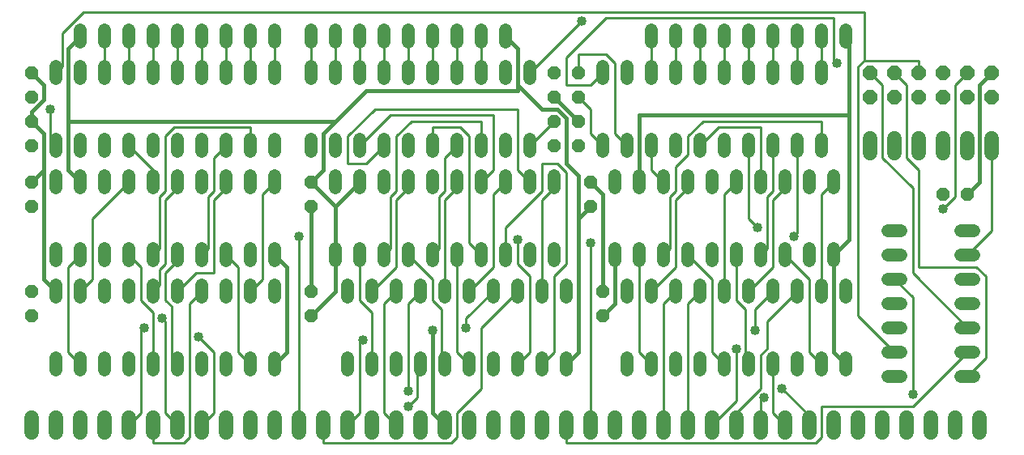
<source format=gbl>
G75*
%MOIN*%
%OFA0B0*%
%FSLAX24Y24*%
%IPPOS*%
%LPD*%
%AMOC8*
5,1,8,0,0,1.08239X$1,22.5*
%
%ADD10C,0.0520*%
%ADD11C,0.0600*%
%ADD12OC8,0.0600*%
%ADD13OC8,0.0520*%
%ADD14C,0.0160*%
%ADD15C,0.0100*%
%ADD16C,0.0400*%
D10*
X002367Y003340D02*
X002367Y003860D01*
X003367Y003860D02*
X003367Y003340D01*
X004367Y003340D02*
X004367Y003860D01*
X005367Y003860D02*
X005367Y003340D01*
X006367Y003340D02*
X006367Y003860D01*
X007367Y003860D02*
X007367Y003340D01*
X008367Y003340D02*
X008367Y003860D01*
X009367Y003860D02*
X009367Y003340D01*
X010367Y003340D02*
X010367Y003860D01*
X011367Y003860D02*
X011367Y003340D01*
X014367Y003340D02*
X014367Y003860D01*
X015367Y003860D02*
X015367Y003340D01*
X016367Y003340D02*
X016367Y003860D01*
X017367Y003860D02*
X017367Y003340D01*
X018367Y003340D02*
X018367Y003860D01*
X019367Y003860D02*
X019367Y003340D01*
X020367Y003340D02*
X020367Y003860D01*
X021367Y003860D02*
X021367Y003340D01*
X022367Y003340D02*
X022367Y003860D01*
X023367Y003860D02*
X023367Y003340D01*
X025867Y003340D02*
X025867Y003860D01*
X026867Y003860D02*
X026867Y003340D01*
X027867Y003340D02*
X027867Y003860D01*
X028867Y003860D02*
X028867Y003340D01*
X029867Y003340D02*
X029867Y003860D01*
X030867Y003860D02*
X030867Y003340D01*
X031867Y003340D02*
X031867Y003860D01*
X032867Y003860D02*
X032867Y003340D01*
X033867Y003340D02*
X033867Y003860D01*
X034867Y003860D02*
X034867Y003340D01*
X036607Y003100D02*
X037127Y003100D01*
X037127Y004100D02*
X036607Y004100D01*
X036607Y005100D02*
X037127Y005100D01*
X037127Y006100D02*
X036607Y006100D01*
X034867Y006340D02*
X034867Y006860D01*
X033867Y006860D02*
X033867Y006340D01*
X032867Y006340D02*
X032867Y006860D01*
X031867Y006860D02*
X031867Y006340D01*
X030867Y006340D02*
X030867Y006860D01*
X029867Y006860D02*
X029867Y006340D01*
X028867Y006340D02*
X028867Y006860D01*
X027867Y006860D02*
X027867Y006340D01*
X026867Y006340D02*
X026867Y006860D01*
X025867Y006860D02*
X025867Y006340D01*
X023367Y006340D02*
X023367Y006860D01*
X022367Y006860D02*
X022367Y006340D01*
X021367Y006340D02*
X021367Y006860D01*
X020367Y006860D02*
X020367Y006340D01*
X019367Y006340D02*
X019367Y006860D01*
X018367Y006860D02*
X018367Y006340D01*
X017367Y006340D02*
X017367Y006860D01*
X016367Y006860D02*
X016367Y006340D01*
X015367Y006340D02*
X015367Y006860D01*
X014367Y006860D02*
X014367Y006340D01*
X011367Y006340D02*
X011367Y006860D01*
X010367Y006860D02*
X010367Y006340D01*
X009367Y006340D02*
X009367Y006860D01*
X008367Y006860D02*
X008367Y006340D01*
X007367Y006340D02*
X007367Y006860D01*
X006367Y006860D02*
X006367Y006340D01*
X005367Y006340D02*
X005367Y006860D01*
X004367Y006860D02*
X004367Y006340D01*
X003367Y006340D02*
X003367Y006860D01*
X002367Y006860D02*
X002367Y006340D01*
X002367Y007840D02*
X002367Y008360D01*
X003367Y008360D02*
X003367Y007840D01*
X004367Y007840D02*
X004367Y008360D01*
X005367Y008360D02*
X005367Y007840D01*
X006367Y007840D02*
X006367Y008360D01*
X007367Y008360D02*
X007367Y007840D01*
X008367Y007840D02*
X008367Y008360D01*
X009367Y008360D02*
X009367Y007840D01*
X010367Y007840D02*
X010367Y008360D01*
X011367Y008360D02*
X011367Y007840D01*
X013867Y007840D02*
X013867Y008360D01*
X014867Y008360D02*
X014867Y007840D01*
X015867Y007840D02*
X015867Y008360D01*
X016867Y008360D02*
X016867Y007840D01*
X017867Y007840D02*
X017867Y008360D01*
X018867Y008360D02*
X018867Y007840D01*
X019867Y007840D02*
X019867Y008360D01*
X020867Y008360D02*
X020867Y007840D01*
X021867Y007840D02*
X021867Y008360D01*
X022867Y008360D02*
X022867Y007840D01*
X025367Y007840D02*
X025367Y008360D01*
X026367Y008360D02*
X026367Y007840D01*
X027367Y007840D02*
X027367Y008360D01*
X028367Y008360D02*
X028367Y007840D01*
X029367Y007840D02*
X029367Y008360D01*
X030367Y008360D02*
X030367Y007840D01*
X031367Y007840D02*
X031367Y008360D01*
X032367Y008360D02*
X032367Y007840D01*
X033367Y007840D02*
X033367Y008360D01*
X034367Y008360D02*
X034367Y007840D01*
X036607Y008100D02*
X037127Y008100D01*
X037127Y009100D02*
X036607Y009100D01*
X039607Y009100D02*
X040127Y009100D01*
X040127Y008100D02*
X039607Y008100D01*
X039607Y007100D02*
X040127Y007100D01*
X040127Y006100D02*
X039607Y006100D01*
X039607Y005100D02*
X040127Y005100D01*
X040127Y004100D02*
X039607Y004100D01*
X039607Y003100D02*
X040127Y003100D01*
X037127Y007100D02*
X036607Y007100D01*
X034367Y010840D02*
X034367Y011360D01*
X033367Y011360D02*
X033367Y010840D01*
X032367Y010840D02*
X032367Y011360D01*
X031367Y011360D02*
X031367Y010840D01*
X030367Y010840D02*
X030367Y011360D01*
X029367Y011360D02*
X029367Y010840D01*
X028367Y010840D02*
X028367Y011360D01*
X027367Y011360D02*
X027367Y010840D01*
X026367Y010840D02*
X026367Y011360D01*
X025367Y011360D02*
X025367Y010840D01*
X022867Y010840D02*
X022867Y011360D01*
X021867Y011360D02*
X021867Y010840D01*
X020867Y010840D02*
X020867Y011360D01*
X019867Y011360D02*
X019867Y010840D01*
X018867Y010840D02*
X018867Y011360D01*
X017867Y011360D02*
X017867Y010840D01*
X016867Y010840D02*
X016867Y011360D01*
X015867Y011360D02*
X015867Y010840D01*
X014867Y010840D02*
X014867Y011360D01*
X013867Y011360D02*
X013867Y010840D01*
X011367Y010840D02*
X011367Y011360D01*
X010367Y011360D02*
X010367Y010840D01*
X009367Y010840D02*
X009367Y011360D01*
X008367Y011360D02*
X008367Y010840D01*
X007367Y010840D02*
X007367Y011360D01*
X006367Y011360D02*
X006367Y010840D01*
X005367Y010840D02*
X005367Y011360D01*
X004367Y011360D02*
X004367Y010840D01*
X003367Y010840D02*
X003367Y011360D01*
X002367Y011360D02*
X002367Y010840D01*
X002367Y012340D02*
X002367Y012860D01*
X003367Y012860D02*
X003367Y012340D01*
X004367Y012340D02*
X004367Y012860D01*
X005367Y012860D02*
X005367Y012340D01*
X006367Y012340D02*
X006367Y012860D01*
X007367Y012860D02*
X007367Y012340D01*
X008367Y012340D02*
X008367Y012860D01*
X009367Y012860D02*
X009367Y012340D01*
X010367Y012340D02*
X010367Y012860D01*
X011367Y012860D02*
X011367Y012340D01*
X012867Y012340D02*
X012867Y012860D01*
X013867Y012860D02*
X013867Y012340D01*
X014867Y012340D02*
X014867Y012860D01*
X015867Y012860D02*
X015867Y012340D01*
X016867Y012340D02*
X016867Y012860D01*
X017867Y012860D02*
X017867Y012340D01*
X018867Y012340D02*
X018867Y012860D01*
X019867Y012860D02*
X019867Y012340D01*
X020867Y012340D02*
X020867Y012860D01*
X021867Y012860D02*
X021867Y012340D01*
X024867Y012340D02*
X024867Y012860D01*
X025867Y012860D02*
X025867Y012340D01*
X026867Y012340D02*
X026867Y012860D01*
X027867Y012860D02*
X027867Y012340D01*
X028867Y012340D02*
X028867Y012860D01*
X029867Y012860D02*
X029867Y012340D01*
X030867Y012340D02*
X030867Y012860D01*
X031867Y012860D02*
X031867Y012340D01*
X032867Y012340D02*
X032867Y012860D01*
X033867Y012860D02*
X033867Y012340D01*
X033867Y015340D02*
X033867Y015860D01*
X032867Y015860D02*
X032867Y015340D01*
X031867Y015340D02*
X031867Y015860D01*
X030867Y015860D02*
X030867Y015340D01*
X029867Y015340D02*
X029867Y015860D01*
X028867Y015860D02*
X028867Y015340D01*
X027867Y015340D02*
X027867Y015860D01*
X026867Y015860D02*
X026867Y015340D01*
X025867Y015340D02*
X025867Y015860D01*
X024867Y015860D02*
X024867Y015340D01*
X021867Y015340D02*
X021867Y015860D01*
X020867Y015860D02*
X020867Y015340D01*
X019867Y015340D02*
X019867Y015860D01*
X018867Y015860D02*
X018867Y015340D01*
X017867Y015340D02*
X017867Y015860D01*
X016867Y015860D02*
X016867Y015340D01*
X015867Y015340D02*
X015867Y015860D01*
X014867Y015860D02*
X014867Y015340D01*
X013867Y015340D02*
X013867Y015860D01*
X012867Y015860D02*
X012867Y015340D01*
X011367Y015340D02*
X011367Y015860D01*
X010367Y015860D02*
X010367Y015340D01*
X009367Y015340D02*
X009367Y015860D01*
X008367Y015860D02*
X008367Y015340D01*
X007367Y015340D02*
X007367Y015860D01*
X006367Y015860D02*
X006367Y015340D01*
X005367Y015340D02*
X005367Y015860D01*
X004367Y015860D02*
X004367Y015340D01*
X003367Y015340D02*
X003367Y015860D01*
X002367Y015860D02*
X002367Y015340D01*
X003367Y016840D02*
X003367Y017360D01*
X004367Y017360D02*
X004367Y016840D01*
X005367Y016840D02*
X005367Y017360D01*
X006367Y017360D02*
X006367Y016840D01*
X007367Y016840D02*
X007367Y017360D01*
X008367Y017360D02*
X008367Y016840D01*
X009367Y016840D02*
X009367Y017360D01*
X010367Y017360D02*
X010367Y016840D01*
X011367Y016840D02*
X011367Y017360D01*
X012867Y017360D02*
X012867Y016840D01*
X013867Y016840D02*
X013867Y017360D01*
X014867Y017360D02*
X014867Y016840D01*
X015867Y016840D02*
X015867Y017360D01*
X016867Y017360D02*
X016867Y016840D01*
X017867Y016840D02*
X017867Y017360D01*
X018867Y017360D02*
X018867Y016840D01*
X019867Y016840D02*
X019867Y017360D01*
X020867Y017360D02*
X020867Y016840D01*
X026867Y016840D02*
X026867Y017360D01*
X027867Y017360D02*
X027867Y016840D01*
X028867Y016840D02*
X028867Y017360D01*
X029867Y017360D02*
X029867Y016840D01*
X030867Y016840D02*
X030867Y017360D01*
X031867Y017360D02*
X031867Y016840D01*
X032867Y016840D02*
X032867Y017360D01*
X033867Y017360D02*
X033867Y016840D01*
X034867Y016840D02*
X034867Y017360D01*
D11*
X001367Y001400D02*
X001367Y000800D01*
X002367Y000800D02*
X002367Y001400D01*
X003367Y001400D02*
X003367Y000800D01*
X004367Y000800D02*
X004367Y001400D01*
X005367Y001400D02*
X005367Y000800D01*
X006367Y000800D02*
X006367Y001400D01*
X007367Y001400D02*
X007367Y000800D01*
X008367Y000800D02*
X008367Y001400D01*
X009367Y001400D02*
X009367Y000800D01*
X010367Y000800D02*
X010367Y001400D01*
X011367Y001400D02*
X011367Y000800D01*
X012367Y000800D02*
X012367Y001400D01*
X013367Y001400D02*
X013367Y000800D01*
X014367Y000800D02*
X014367Y001400D01*
X015367Y001400D02*
X015367Y000800D01*
X016367Y000800D02*
X016367Y001400D01*
X017367Y001400D02*
X017367Y000800D01*
X018367Y000800D02*
X018367Y001400D01*
X019367Y001400D02*
X019367Y000800D01*
X020367Y000800D02*
X020367Y001400D01*
X021367Y001400D02*
X021367Y000800D01*
X022367Y000800D02*
X022367Y001400D01*
X023367Y001400D02*
X023367Y000800D01*
X024367Y000800D02*
X024367Y001400D01*
X025367Y001400D02*
X025367Y000800D01*
X026367Y000800D02*
X026367Y001400D01*
X027367Y001400D02*
X027367Y000800D01*
X028367Y000800D02*
X028367Y001400D01*
X029367Y001400D02*
X029367Y000800D01*
X030367Y000800D02*
X030367Y001400D01*
X031367Y001400D02*
X031367Y000800D01*
X032367Y000800D02*
X032367Y001400D01*
X033367Y001400D02*
X033367Y000800D01*
X034367Y000800D02*
X034367Y001400D01*
X035367Y001400D02*
X035367Y000800D01*
X036367Y000800D02*
X036367Y001400D01*
X037367Y001400D02*
X037367Y000800D01*
X038367Y000800D02*
X038367Y001400D01*
X039367Y001400D02*
X039367Y000800D01*
X040367Y000800D02*
X040367Y001400D01*
X040867Y012300D02*
X040867Y012900D01*
X039867Y012900D02*
X039867Y012300D01*
X038867Y012300D02*
X038867Y012900D01*
X037867Y012900D02*
X037867Y012300D01*
X036867Y012300D02*
X036867Y012900D01*
X035867Y012900D02*
X035867Y012300D01*
D12*
X035867Y014600D03*
X036867Y014600D03*
X037867Y014600D03*
X038867Y014600D03*
X039867Y014600D03*
X040867Y014600D03*
X040867Y015600D03*
X039867Y015600D03*
X038867Y015600D03*
X037867Y015600D03*
X036867Y015600D03*
X035867Y015600D03*
D13*
X038867Y010600D03*
X039867Y010600D03*
X024867Y006600D03*
X024867Y005600D03*
X024367Y010100D03*
X024367Y011100D03*
X023867Y012600D03*
X022867Y012600D03*
X022867Y013600D03*
X023867Y013600D03*
X023867Y014600D03*
X022867Y014600D03*
X022867Y015600D03*
X023867Y015600D03*
X012867Y011100D03*
X012867Y010100D03*
X012867Y006600D03*
X012867Y005600D03*
X001367Y005600D03*
X001367Y006600D03*
X001367Y010100D03*
X001367Y011100D03*
X001367Y012600D03*
X001367Y013600D03*
X001367Y014600D03*
X001367Y015600D03*
D14*
X001867Y015100D01*
X001867Y014475D01*
X001367Y013975D01*
X001367Y013600D01*
X001867Y013100D01*
X001867Y011600D01*
X001867Y007100D01*
X002367Y006600D01*
X011367Y008100D02*
X011867Y007600D01*
X011867Y004100D01*
X011367Y003600D01*
X012867Y005600D02*
X013867Y006600D01*
X013867Y008100D01*
X013867Y010100D01*
X014867Y011100D01*
X013367Y011600D02*
X013367Y013100D01*
X013867Y013600D01*
X002867Y013600D01*
X002867Y016600D01*
X003367Y017100D01*
X002867Y013600D02*
X002867Y011600D01*
X003367Y011100D01*
X001867Y011600D02*
X001367Y011100D01*
X012867Y011100D02*
X013367Y011600D01*
X012867Y011100D02*
X013867Y010100D01*
X012867Y010100D02*
X012867Y006600D01*
X017867Y004975D02*
X017867Y001600D01*
X018367Y001100D01*
X023367Y003600D02*
X023867Y004100D01*
X023867Y009600D01*
X023867Y011350D01*
X023367Y011850D01*
X023367Y013725D01*
X022992Y014100D01*
X022367Y014100D01*
X021367Y015100D01*
X021367Y014850D01*
X015117Y014850D01*
X013867Y013600D01*
X021367Y015100D02*
X021367Y016600D01*
X020867Y017100D01*
X022867Y014600D02*
X023867Y013600D01*
X026367Y013850D02*
X026367Y011100D01*
X024867Y010600D02*
X024367Y011100D01*
X024867Y010600D02*
X024867Y006600D01*
X025367Y006100D02*
X025367Y008100D01*
X023867Y009600D02*
X024367Y010100D01*
X026367Y013850D02*
X034992Y013850D01*
X034992Y016975D01*
X034867Y017100D01*
X040367Y015100D02*
X040367Y011100D01*
X039867Y010600D01*
X034992Y008725D02*
X034367Y008100D01*
X034367Y004100D01*
X034867Y003600D01*
X025367Y006100D02*
X024867Y005600D01*
X034992Y008725D02*
X034992Y013850D01*
X040367Y015100D02*
X040867Y015600D01*
D15*
X039867Y015600D02*
X039367Y015100D01*
X039367Y010475D01*
X038867Y009975D01*
X037617Y010850D02*
X036367Y012100D01*
X036367Y015100D01*
X035867Y015600D01*
X035617Y016100D02*
X035367Y015850D01*
X035367Y005600D01*
X036867Y004100D01*
X033867Y003600D02*
X033367Y004100D01*
X033367Y007100D01*
X032367Y008100D01*
X031617Y008350D02*
X031617Y010475D01*
X031867Y010725D01*
X031867Y012600D01*
X030867Y012600D02*
X030867Y009600D01*
X031242Y009225D01*
X032742Y008850D02*
X032867Y008975D01*
X032867Y012600D01*
X033867Y012600D02*
X033867Y013600D01*
X028992Y013600D01*
X028367Y012975D01*
X028367Y012225D01*
X027867Y011725D01*
X027867Y010725D01*
X027617Y010475D01*
X027617Y008350D01*
X027367Y008100D01*
X026367Y008100D02*
X026367Y004100D01*
X026867Y003600D01*
X029367Y004100D02*
X029367Y007100D01*
X028367Y008100D01*
X027867Y007600D02*
X027867Y010350D01*
X028367Y010850D01*
X028367Y011100D01*
X027367Y011100D02*
X026867Y011600D01*
X026867Y012600D01*
X025867Y012600D02*
X025367Y013100D01*
X025367Y015975D01*
X024992Y016350D01*
X023867Y016350D01*
X023867Y015600D01*
X024367Y015100D02*
X024867Y015600D01*
X024367Y015100D02*
X023367Y015100D01*
X023367Y016225D01*
X024992Y017850D01*
X034367Y017850D01*
X034367Y016100D01*
X034492Y015975D01*
X033867Y015600D02*
X033867Y017100D01*
X032867Y017100D02*
X032867Y015600D01*
X031867Y015600D02*
X031867Y017100D01*
X030867Y017100D02*
X030867Y015600D01*
X029867Y015600D02*
X029867Y017100D01*
X028867Y017100D02*
X028867Y015600D01*
X027867Y015600D02*
X027867Y017100D01*
X026867Y017100D02*
X026867Y015600D01*
X024367Y014100D02*
X023867Y014600D01*
X024367Y014100D02*
X024367Y013100D01*
X024867Y012600D01*
X023367Y011475D02*
X022992Y011850D01*
X022367Y011850D01*
X022367Y010725D01*
X020867Y009225D01*
X020867Y008100D01*
X021367Y007725D02*
X021367Y008725D01*
X019867Y008100D02*
X019367Y008600D01*
X019367Y012975D01*
X018992Y013350D01*
X017867Y013350D01*
X017867Y012600D01*
X018367Y012100D02*
X018867Y012600D01*
X019867Y012600D02*
X019867Y013600D01*
X016992Y013600D01*
X016367Y012975D01*
X016367Y010725D01*
X016117Y010475D01*
X016117Y008350D01*
X015867Y008100D01*
X016867Y008100D02*
X017867Y007100D01*
X017867Y006225D01*
X018242Y005850D01*
X018242Y003725D01*
X018367Y003600D01*
X018867Y004100D02*
X018867Y008100D01*
X018117Y008350D02*
X017867Y008100D01*
X018117Y008350D02*
X018117Y010475D01*
X018367Y010725D01*
X018367Y012100D01*
X018867Y011100D02*
X018867Y010850D01*
X018367Y010350D01*
X018367Y006600D01*
X019367Y006600D02*
X020367Y007600D01*
X020367Y010600D01*
X020867Y011100D01*
X021367Y011600D02*
X021867Y011100D01*
X021367Y011600D02*
X021367Y014100D01*
X015492Y014100D01*
X014367Y012975D01*
X014367Y011850D01*
X015117Y011850D01*
X015867Y012600D01*
X014867Y012600D02*
X016117Y013850D01*
X020367Y013850D01*
X020367Y011600D01*
X019867Y011100D01*
X022367Y010350D02*
X022867Y010850D01*
X022867Y011100D01*
X023367Y011475D02*
X023367Y007725D01*
X022867Y007225D01*
X022867Y004100D01*
X022367Y003600D01*
X021867Y004100D02*
X021867Y007225D01*
X021367Y007725D01*
X021367Y006600D02*
X019867Y005100D01*
X019867Y002600D01*
X018867Y001600D01*
X018867Y000600D01*
X018617Y000350D01*
X013367Y000350D01*
X013367Y001100D01*
X014367Y001100D02*
X014867Y001600D01*
X014867Y004475D01*
X014992Y004600D01*
X015367Y003600D02*
X015367Y005725D01*
X014867Y006225D01*
X014867Y008100D01*
X016367Y007600D02*
X016367Y010350D01*
X016867Y010850D01*
X016867Y011100D01*
X012367Y008850D02*
X012367Y001100D01*
X008867Y001600D02*
X008367Y001100D01*
X007867Y000600D02*
X007617Y000350D01*
X006367Y000350D01*
X006367Y001100D01*
X006867Y001600D02*
X007367Y001100D01*
X007867Y000600D02*
X007867Y006100D01*
X008367Y006600D01*
X008117Y007350D02*
X007367Y006600D01*
X006867Y006225D02*
X006867Y007350D01*
X007367Y007850D01*
X007367Y008100D01*
X006867Y007725D02*
X006867Y010350D01*
X007367Y010850D01*
X007367Y011100D01*
X006867Y010725D02*
X006867Y012975D01*
X007242Y013350D01*
X010367Y013350D01*
X010367Y012600D01*
X009367Y012600D02*
X008867Y012100D01*
X008867Y010725D01*
X008617Y010475D01*
X008617Y008350D01*
X008367Y008100D01*
X009367Y008100D02*
X009867Y007600D01*
X009867Y004100D01*
X010367Y003600D01*
X008867Y004100D02*
X008867Y001600D01*
X006867Y001600D02*
X006867Y005350D01*
X006742Y005475D01*
X006367Y005725D02*
X005867Y006225D01*
X005867Y007600D01*
X005367Y008100D01*
X006367Y008100D02*
X006617Y008350D01*
X006617Y010475D01*
X006867Y010725D01*
X006367Y011100D02*
X006367Y011600D01*
X005367Y012600D01*
X002367Y012600D02*
X002117Y012850D01*
X002117Y014100D01*
X002367Y015600D02*
X002617Y015850D01*
X002617Y017225D01*
X003492Y018100D01*
X035617Y018100D01*
X035617Y016100D01*
X037867Y016100D01*
X037867Y015600D01*
X037367Y015100D02*
X036867Y015600D01*
X037367Y015100D02*
X037367Y012100D01*
X037867Y011600D01*
X037867Y007600D01*
X040242Y007600D01*
X040617Y007225D01*
X040617Y003850D01*
X039867Y003100D01*
X039867Y004100D02*
X037617Y001850D01*
X033867Y001850D01*
X033867Y000600D01*
X033617Y000350D01*
X023367Y000350D01*
X023367Y001100D01*
X024367Y001100D02*
X024367Y008600D01*
X026867Y006600D02*
X027867Y007600D01*
X027867Y006600D02*
X027367Y006100D01*
X027367Y001100D01*
X028367Y001100D02*
X028367Y006100D01*
X028867Y006600D01*
X029867Y006600D02*
X029867Y010600D01*
X030367Y011100D01*
X031367Y011100D02*
X031367Y013350D01*
X029617Y013350D01*
X028867Y012600D01*
X032367Y011100D02*
X032367Y010850D01*
X031867Y010350D01*
X031867Y007600D01*
X030867Y006600D01*
X030367Y006225D02*
X030367Y008100D01*
X031367Y008100D02*
X031617Y008350D01*
X031867Y006600D02*
X031117Y005850D01*
X031117Y004975D01*
X031617Y005350D02*
X031617Y004225D01*
X031367Y003975D01*
X031367Y002600D01*
X030367Y001600D01*
X030367Y001100D01*
X031367Y001100D02*
X031367Y002100D01*
X031492Y002225D01*
X032242Y002600D02*
X033367Y001475D01*
X033367Y001100D01*
X032367Y001100D02*
X031867Y001600D01*
X031867Y003600D01*
X030867Y003600D02*
X030742Y003725D01*
X030742Y005850D01*
X030367Y006225D01*
X031617Y005350D02*
X032867Y006600D01*
X033867Y006600D02*
X033867Y010600D01*
X034367Y011100D01*
X037617Y010850D02*
X037617Y007350D01*
X039867Y005100D01*
X037617Y006350D02*
X037617Y002350D01*
X030367Y002100D02*
X029367Y001100D01*
X030367Y002100D02*
X030367Y004225D01*
X029867Y003600D02*
X029367Y004100D01*
X022367Y006600D02*
X022367Y010350D01*
X021867Y012600D02*
X022867Y013600D01*
X021867Y015600D02*
X023992Y017725D01*
X019867Y017100D02*
X019867Y015600D01*
X018867Y015600D02*
X018867Y017100D01*
X017867Y017100D02*
X017867Y015600D01*
X016867Y015600D02*
X016867Y017100D01*
X015867Y017100D02*
X015867Y015600D01*
X014867Y015600D02*
X014867Y017100D01*
X013867Y017100D02*
X013867Y015600D01*
X012867Y015600D02*
X012867Y017100D01*
X011367Y017100D02*
X011367Y015600D01*
X010367Y015600D02*
X010367Y017100D01*
X009367Y017100D02*
X009367Y015600D01*
X008367Y015600D02*
X008367Y017100D01*
X007367Y017100D02*
X007367Y015600D01*
X006367Y015600D02*
X006367Y017100D01*
X005367Y017100D02*
X005367Y015600D01*
X004367Y015600D02*
X004367Y017100D01*
X005367Y011100D02*
X003867Y009600D01*
X003867Y007100D01*
X003367Y006600D01*
X002867Y007600D02*
X003367Y008100D01*
X002867Y007600D02*
X002867Y004100D01*
X003367Y003600D01*
X005867Y004975D02*
X005867Y001600D01*
X005367Y001100D01*
X006367Y003600D02*
X006367Y005725D01*
X006867Y006225D02*
X007117Y005975D01*
X007117Y003850D01*
X007367Y003600D01*
X008242Y004725D02*
X008867Y004100D01*
X005992Y005100D02*
X005867Y004975D01*
X006367Y006600D02*
X006617Y006850D01*
X006617Y007475D01*
X006867Y007725D01*
X008117Y007350D02*
X008867Y007350D01*
X008867Y010350D01*
X009367Y010850D01*
X009367Y011100D01*
X010867Y010600D02*
X011367Y011100D01*
X010867Y010600D02*
X010867Y007100D01*
X010367Y006600D01*
X015367Y006600D02*
X016367Y007600D01*
X016367Y006600D02*
X015867Y006100D01*
X015867Y001600D01*
X016367Y001100D01*
X016867Y001850D02*
X017242Y002225D01*
X017242Y003475D01*
X017367Y003600D01*
X018867Y004100D02*
X019367Y003600D01*
X021367Y003600D02*
X021867Y004100D01*
X019242Y005100D02*
X019242Y005475D01*
X020367Y006600D01*
X017367Y006600D02*
X016867Y006100D01*
X016867Y002475D01*
X036867Y007100D02*
X037617Y006350D01*
X039867Y008100D02*
X040867Y009100D01*
X040867Y012600D01*
D16*
X038867Y009975D03*
X032742Y008850D03*
X031242Y009225D03*
X024367Y008600D03*
X021367Y008725D03*
X019242Y005100D03*
X017867Y004975D03*
X014992Y004600D03*
X016867Y002475D03*
X016867Y001850D03*
X008242Y004725D03*
X006742Y005475D03*
X005992Y005100D03*
X012367Y008850D03*
X002117Y014100D03*
X023992Y017725D03*
X034492Y015975D03*
X031117Y004975D03*
X030367Y004225D03*
X032242Y002600D03*
X031492Y002225D03*
X037617Y002350D03*
M02*

</source>
